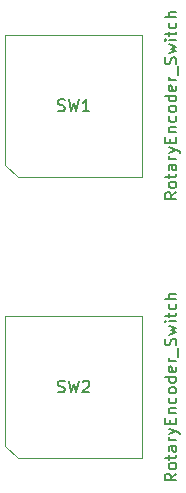
<source format=gbr>
G04 #@! TF.GenerationSoftware,KiCad,Pcbnew,8.0.2-1.fc39*
G04 #@! TF.CreationDate,2024-06-01T14:36:52-04:00*
G04 #@! TF.ProjectId,KeychronQ9OrthoIntegrated,4b657963-6872-46f6-9e51-394f7274686f,rev?*
G04 #@! TF.SameCoordinates,Original*
G04 #@! TF.FileFunction,AssemblyDrawing,Top*
%FSLAX46Y46*%
G04 Gerber Fmt 4.6, Leading zero omitted, Abs format (unit mm)*
G04 Created by KiCad (PCBNEW 8.0.2-1.fc39) date 2024-06-01 14:36:52*
%MOMM*%
%LPD*%
G01*
G04 APERTURE LIST*
%ADD10C,0.150000*%
%ADD11C,0.120000*%
G04 APERTURE END LIST*
D10*
X324617319Y-56545834D02*
X324141128Y-56879167D01*
X324617319Y-57117262D02*
X323617319Y-57117262D01*
X323617319Y-57117262D02*
X323617319Y-56736310D01*
X323617319Y-56736310D02*
X323664938Y-56641072D01*
X323664938Y-56641072D02*
X323712557Y-56593453D01*
X323712557Y-56593453D02*
X323807795Y-56545834D01*
X323807795Y-56545834D02*
X323950652Y-56545834D01*
X323950652Y-56545834D02*
X324045890Y-56593453D01*
X324045890Y-56593453D02*
X324093509Y-56641072D01*
X324093509Y-56641072D02*
X324141128Y-56736310D01*
X324141128Y-56736310D02*
X324141128Y-57117262D01*
X324617319Y-55974405D02*
X324569700Y-56069643D01*
X324569700Y-56069643D02*
X324522080Y-56117262D01*
X324522080Y-56117262D02*
X324426842Y-56164881D01*
X324426842Y-56164881D02*
X324141128Y-56164881D01*
X324141128Y-56164881D02*
X324045890Y-56117262D01*
X324045890Y-56117262D02*
X323998271Y-56069643D01*
X323998271Y-56069643D02*
X323950652Y-55974405D01*
X323950652Y-55974405D02*
X323950652Y-55831548D01*
X323950652Y-55831548D02*
X323998271Y-55736310D01*
X323998271Y-55736310D02*
X324045890Y-55688691D01*
X324045890Y-55688691D02*
X324141128Y-55641072D01*
X324141128Y-55641072D02*
X324426842Y-55641072D01*
X324426842Y-55641072D02*
X324522080Y-55688691D01*
X324522080Y-55688691D02*
X324569700Y-55736310D01*
X324569700Y-55736310D02*
X324617319Y-55831548D01*
X324617319Y-55831548D02*
X324617319Y-55974405D01*
X323950652Y-55355357D02*
X323950652Y-54974405D01*
X323617319Y-55212500D02*
X324474461Y-55212500D01*
X324474461Y-55212500D02*
X324569700Y-55164881D01*
X324569700Y-55164881D02*
X324617319Y-55069643D01*
X324617319Y-55069643D02*
X324617319Y-54974405D01*
X324617319Y-54212500D02*
X324093509Y-54212500D01*
X324093509Y-54212500D02*
X323998271Y-54260119D01*
X323998271Y-54260119D02*
X323950652Y-54355357D01*
X323950652Y-54355357D02*
X323950652Y-54545833D01*
X323950652Y-54545833D02*
X323998271Y-54641071D01*
X324569700Y-54212500D02*
X324617319Y-54307738D01*
X324617319Y-54307738D02*
X324617319Y-54545833D01*
X324617319Y-54545833D02*
X324569700Y-54641071D01*
X324569700Y-54641071D02*
X324474461Y-54688690D01*
X324474461Y-54688690D02*
X324379223Y-54688690D01*
X324379223Y-54688690D02*
X324283985Y-54641071D01*
X324283985Y-54641071D02*
X324236366Y-54545833D01*
X324236366Y-54545833D02*
X324236366Y-54307738D01*
X324236366Y-54307738D02*
X324188747Y-54212500D01*
X324617319Y-53736309D02*
X323950652Y-53736309D01*
X324141128Y-53736309D02*
X324045890Y-53688690D01*
X324045890Y-53688690D02*
X323998271Y-53641071D01*
X323998271Y-53641071D02*
X323950652Y-53545833D01*
X323950652Y-53545833D02*
X323950652Y-53450595D01*
X323950652Y-53212499D02*
X324617319Y-52974404D01*
X323950652Y-52736309D02*
X324617319Y-52974404D01*
X324617319Y-52974404D02*
X324855414Y-53069642D01*
X324855414Y-53069642D02*
X324903033Y-53117261D01*
X324903033Y-53117261D02*
X324950652Y-53212499D01*
X324093509Y-52355356D02*
X324093509Y-52022023D01*
X324617319Y-51879166D02*
X324617319Y-52355356D01*
X324617319Y-52355356D02*
X323617319Y-52355356D01*
X323617319Y-52355356D02*
X323617319Y-51879166D01*
X323950652Y-51450594D02*
X324617319Y-51450594D01*
X324045890Y-51450594D02*
X323998271Y-51402975D01*
X323998271Y-51402975D02*
X323950652Y-51307737D01*
X323950652Y-51307737D02*
X323950652Y-51164880D01*
X323950652Y-51164880D02*
X323998271Y-51069642D01*
X323998271Y-51069642D02*
X324093509Y-51022023D01*
X324093509Y-51022023D02*
X324617319Y-51022023D01*
X324569700Y-50117261D02*
X324617319Y-50212499D01*
X324617319Y-50212499D02*
X324617319Y-50402975D01*
X324617319Y-50402975D02*
X324569700Y-50498213D01*
X324569700Y-50498213D02*
X324522080Y-50545832D01*
X324522080Y-50545832D02*
X324426842Y-50593451D01*
X324426842Y-50593451D02*
X324141128Y-50593451D01*
X324141128Y-50593451D02*
X324045890Y-50545832D01*
X324045890Y-50545832D02*
X323998271Y-50498213D01*
X323998271Y-50498213D02*
X323950652Y-50402975D01*
X323950652Y-50402975D02*
X323950652Y-50212499D01*
X323950652Y-50212499D02*
X323998271Y-50117261D01*
X324617319Y-49545832D02*
X324569700Y-49641070D01*
X324569700Y-49641070D02*
X324522080Y-49688689D01*
X324522080Y-49688689D02*
X324426842Y-49736308D01*
X324426842Y-49736308D02*
X324141128Y-49736308D01*
X324141128Y-49736308D02*
X324045890Y-49688689D01*
X324045890Y-49688689D02*
X323998271Y-49641070D01*
X323998271Y-49641070D02*
X323950652Y-49545832D01*
X323950652Y-49545832D02*
X323950652Y-49402975D01*
X323950652Y-49402975D02*
X323998271Y-49307737D01*
X323998271Y-49307737D02*
X324045890Y-49260118D01*
X324045890Y-49260118D02*
X324141128Y-49212499D01*
X324141128Y-49212499D02*
X324426842Y-49212499D01*
X324426842Y-49212499D02*
X324522080Y-49260118D01*
X324522080Y-49260118D02*
X324569700Y-49307737D01*
X324569700Y-49307737D02*
X324617319Y-49402975D01*
X324617319Y-49402975D02*
X324617319Y-49545832D01*
X324617319Y-48355356D02*
X323617319Y-48355356D01*
X324569700Y-48355356D02*
X324617319Y-48450594D01*
X324617319Y-48450594D02*
X324617319Y-48641070D01*
X324617319Y-48641070D02*
X324569700Y-48736308D01*
X324569700Y-48736308D02*
X324522080Y-48783927D01*
X324522080Y-48783927D02*
X324426842Y-48831546D01*
X324426842Y-48831546D02*
X324141128Y-48831546D01*
X324141128Y-48831546D02*
X324045890Y-48783927D01*
X324045890Y-48783927D02*
X323998271Y-48736308D01*
X323998271Y-48736308D02*
X323950652Y-48641070D01*
X323950652Y-48641070D02*
X323950652Y-48450594D01*
X323950652Y-48450594D02*
X323998271Y-48355356D01*
X324569700Y-47498213D02*
X324617319Y-47593451D01*
X324617319Y-47593451D02*
X324617319Y-47783927D01*
X324617319Y-47783927D02*
X324569700Y-47879165D01*
X324569700Y-47879165D02*
X324474461Y-47926784D01*
X324474461Y-47926784D02*
X324093509Y-47926784D01*
X324093509Y-47926784D02*
X323998271Y-47879165D01*
X323998271Y-47879165D02*
X323950652Y-47783927D01*
X323950652Y-47783927D02*
X323950652Y-47593451D01*
X323950652Y-47593451D02*
X323998271Y-47498213D01*
X323998271Y-47498213D02*
X324093509Y-47450594D01*
X324093509Y-47450594D02*
X324188747Y-47450594D01*
X324188747Y-47450594D02*
X324283985Y-47926784D01*
X324617319Y-47022022D02*
X323950652Y-47022022D01*
X324141128Y-47022022D02*
X324045890Y-46974403D01*
X324045890Y-46974403D02*
X323998271Y-46926784D01*
X323998271Y-46926784D02*
X323950652Y-46831546D01*
X323950652Y-46831546D02*
X323950652Y-46736308D01*
X324712557Y-46641070D02*
X324712557Y-45879165D01*
X324569700Y-45688688D02*
X324617319Y-45545831D01*
X324617319Y-45545831D02*
X324617319Y-45307736D01*
X324617319Y-45307736D02*
X324569700Y-45212498D01*
X324569700Y-45212498D02*
X324522080Y-45164879D01*
X324522080Y-45164879D02*
X324426842Y-45117260D01*
X324426842Y-45117260D02*
X324331604Y-45117260D01*
X324331604Y-45117260D02*
X324236366Y-45164879D01*
X324236366Y-45164879D02*
X324188747Y-45212498D01*
X324188747Y-45212498D02*
X324141128Y-45307736D01*
X324141128Y-45307736D02*
X324093509Y-45498212D01*
X324093509Y-45498212D02*
X324045890Y-45593450D01*
X324045890Y-45593450D02*
X323998271Y-45641069D01*
X323998271Y-45641069D02*
X323903033Y-45688688D01*
X323903033Y-45688688D02*
X323807795Y-45688688D01*
X323807795Y-45688688D02*
X323712557Y-45641069D01*
X323712557Y-45641069D02*
X323664938Y-45593450D01*
X323664938Y-45593450D02*
X323617319Y-45498212D01*
X323617319Y-45498212D02*
X323617319Y-45260117D01*
X323617319Y-45260117D02*
X323664938Y-45117260D01*
X323950652Y-44783926D02*
X324617319Y-44593450D01*
X324617319Y-44593450D02*
X324141128Y-44402974D01*
X324141128Y-44402974D02*
X324617319Y-44212498D01*
X324617319Y-44212498D02*
X323950652Y-44022022D01*
X324617319Y-43641069D02*
X323950652Y-43641069D01*
X323617319Y-43641069D02*
X323664938Y-43688688D01*
X323664938Y-43688688D02*
X323712557Y-43641069D01*
X323712557Y-43641069D02*
X323664938Y-43593450D01*
X323664938Y-43593450D02*
X323617319Y-43641069D01*
X323617319Y-43641069D02*
X323712557Y-43641069D01*
X323950652Y-43307736D02*
X323950652Y-42926784D01*
X323617319Y-43164879D02*
X324474461Y-43164879D01*
X324474461Y-43164879D02*
X324569700Y-43117260D01*
X324569700Y-43117260D02*
X324617319Y-43022022D01*
X324617319Y-43022022D02*
X324617319Y-42926784D01*
X324569700Y-42164879D02*
X324617319Y-42260117D01*
X324617319Y-42260117D02*
X324617319Y-42450593D01*
X324617319Y-42450593D02*
X324569700Y-42545831D01*
X324569700Y-42545831D02*
X324522080Y-42593450D01*
X324522080Y-42593450D02*
X324426842Y-42641069D01*
X324426842Y-42641069D02*
X324141128Y-42641069D01*
X324141128Y-42641069D02*
X324045890Y-42593450D01*
X324045890Y-42593450D02*
X323998271Y-42545831D01*
X323998271Y-42545831D02*
X323950652Y-42450593D01*
X323950652Y-42450593D02*
X323950652Y-42260117D01*
X323950652Y-42260117D02*
X323998271Y-42164879D01*
X324617319Y-41736307D02*
X323617319Y-41736307D01*
X324617319Y-41307736D02*
X324093509Y-41307736D01*
X324093509Y-41307736D02*
X323998271Y-41355355D01*
X323998271Y-41355355D02*
X323950652Y-41450593D01*
X323950652Y-41450593D02*
X323950652Y-41593450D01*
X323950652Y-41593450D02*
X323998271Y-41688688D01*
X323998271Y-41688688D02*
X324045890Y-41736307D01*
X314579167Y-49619700D02*
X314722024Y-49667319D01*
X314722024Y-49667319D02*
X314960119Y-49667319D01*
X314960119Y-49667319D02*
X315055357Y-49619700D01*
X315055357Y-49619700D02*
X315102976Y-49572080D01*
X315102976Y-49572080D02*
X315150595Y-49476842D01*
X315150595Y-49476842D02*
X315150595Y-49381604D01*
X315150595Y-49381604D02*
X315102976Y-49286366D01*
X315102976Y-49286366D02*
X315055357Y-49238747D01*
X315055357Y-49238747D02*
X314960119Y-49191128D01*
X314960119Y-49191128D02*
X314769643Y-49143509D01*
X314769643Y-49143509D02*
X314674405Y-49095890D01*
X314674405Y-49095890D02*
X314626786Y-49048271D01*
X314626786Y-49048271D02*
X314579167Y-48953033D01*
X314579167Y-48953033D02*
X314579167Y-48857795D01*
X314579167Y-48857795D02*
X314626786Y-48762557D01*
X314626786Y-48762557D02*
X314674405Y-48714938D01*
X314674405Y-48714938D02*
X314769643Y-48667319D01*
X314769643Y-48667319D02*
X315007738Y-48667319D01*
X315007738Y-48667319D02*
X315150595Y-48714938D01*
X315483929Y-48667319D02*
X315722024Y-49667319D01*
X315722024Y-49667319D02*
X315912500Y-48953033D01*
X315912500Y-48953033D02*
X316102976Y-49667319D01*
X316102976Y-49667319D02*
X316341072Y-48667319D01*
X316674405Y-48762557D02*
X316722024Y-48714938D01*
X316722024Y-48714938D02*
X316817262Y-48667319D01*
X316817262Y-48667319D02*
X317055357Y-48667319D01*
X317055357Y-48667319D02*
X317150595Y-48714938D01*
X317150595Y-48714938D02*
X317198214Y-48762557D01*
X317198214Y-48762557D02*
X317245833Y-48857795D01*
X317245833Y-48857795D02*
X317245833Y-48953033D01*
X317245833Y-48953033D02*
X317198214Y-49095890D01*
X317198214Y-49095890D02*
X316626786Y-49667319D01*
X316626786Y-49667319D02*
X317245833Y-49667319D01*
X324617319Y-32733334D02*
X324141128Y-33066667D01*
X324617319Y-33304762D02*
X323617319Y-33304762D01*
X323617319Y-33304762D02*
X323617319Y-32923810D01*
X323617319Y-32923810D02*
X323664938Y-32828572D01*
X323664938Y-32828572D02*
X323712557Y-32780953D01*
X323712557Y-32780953D02*
X323807795Y-32733334D01*
X323807795Y-32733334D02*
X323950652Y-32733334D01*
X323950652Y-32733334D02*
X324045890Y-32780953D01*
X324045890Y-32780953D02*
X324093509Y-32828572D01*
X324093509Y-32828572D02*
X324141128Y-32923810D01*
X324141128Y-32923810D02*
X324141128Y-33304762D01*
X324617319Y-32161905D02*
X324569700Y-32257143D01*
X324569700Y-32257143D02*
X324522080Y-32304762D01*
X324522080Y-32304762D02*
X324426842Y-32352381D01*
X324426842Y-32352381D02*
X324141128Y-32352381D01*
X324141128Y-32352381D02*
X324045890Y-32304762D01*
X324045890Y-32304762D02*
X323998271Y-32257143D01*
X323998271Y-32257143D02*
X323950652Y-32161905D01*
X323950652Y-32161905D02*
X323950652Y-32019048D01*
X323950652Y-32019048D02*
X323998271Y-31923810D01*
X323998271Y-31923810D02*
X324045890Y-31876191D01*
X324045890Y-31876191D02*
X324141128Y-31828572D01*
X324141128Y-31828572D02*
X324426842Y-31828572D01*
X324426842Y-31828572D02*
X324522080Y-31876191D01*
X324522080Y-31876191D02*
X324569700Y-31923810D01*
X324569700Y-31923810D02*
X324617319Y-32019048D01*
X324617319Y-32019048D02*
X324617319Y-32161905D01*
X323950652Y-31542857D02*
X323950652Y-31161905D01*
X323617319Y-31400000D02*
X324474461Y-31400000D01*
X324474461Y-31400000D02*
X324569700Y-31352381D01*
X324569700Y-31352381D02*
X324617319Y-31257143D01*
X324617319Y-31257143D02*
X324617319Y-31161905D01*
X324617319Y-30400000D02*
X324093509Y-30400000D01*
X324093509Y-30400000D02*
X323998271Y-30447619D01*
X323998271Y-30447619D02*
X323950652Y-30542857D01*
X323950652Y-30542857D02*
X323950652Y-30733333D01*
X323950652Y-30733333D02*
X323998271Y-30828571D01*
X324569700Y-30400000D02*
X324617319Y-30495238D01*
X324617319Y-30495238D02*
X324617319Y-30733333D01*
X324617319Y-30733333D02*
X324569700Y-30828571D01*
X324569700Y-30828571D02*
X324474461Y-30876190D01*
X324474461Y-30876190D02*
X324379223Y-30876190D01*
X324379223Y-30876190D02*
X324283985Y-30828571D01*
X324283985Y-30828571D02*
X324236366Y-30733333D01*
X324236366Y-30733333D02*
X324236366Y-30495238D01*
X324236366Y-30495238D02*
X324188747Y-30400000D01*
X324617319Y-29923809D02*
X323950652Y-29923809D01*
X324141128Y-29923809D02*
X324045890Y-29876190D01*
X324045890Y-29876190D02*
X323998271Y-29828571D01*
X323998271Y-29828571D02*
X323950652Y-29733333D01*
X323950652Y-29733333D02*
X323950652Y-29638095D01*
X323950652Y-29399999D02*
X324617319Y-29161904D01*
X323950652Y-28923809D02*
X324617319Y-29161904D01*
X324617319Y-29161904D02*
X324855414Y-29257142D01*
X324855414Y-29257142D02*
X324903033Y-29304761D01*
X324903033Y-29304761D02*
X324950652Y-29399999D01*
X324093509Y-28542856D02*
X324093509Y-28209523D01*
X324617319Y-28066666D02*
X324617319Y-28542856D01*
X324617319Y-28542856D02*
X323617319Y-28542856D01*
X323617319Y-28542856D02*
X323617319Y-28066666D01*
X323950652Y-27638094D02*
X324617319Y-27638094D01*
X324045890Y-27638094D02*
X323998271Y-27590475D01*
X323998271Y-27590475D02*
X323950652Y-27495237D01*
X323950652Y-27495237D02*
X323950652Y-27352380D01*
X323950652Y-27352380D02*
X323998271Y-27257142D01*
X323998271Y-27257142D02*
X324093509Y-27209523D01*
X324093509Y-27209523D02*
X324617319Y-27209523D01*
X324569700Y-26304761D02*
X324617319Y-26399999D01*
X324617319Y-26399999D02*
X324617319Y-26590475D01*
X324617319Y-26590475D02*
X324569700Y-26685713D01*
X324569700Y-26685713D02*
X324522080Y-26733332D01*
X324522080Y-26733332D02*
X324426842Y-26780951D01*
X324426842Y-26780951D02*
X324141128Y-26780951D01*
X324141128Y-26780951D02*
X324045890Y-26733332D01*
X324045890Y-26733332D02*
X323998271Y-26685713D01*
X323998271Y-26685713D02*
X323950652Y-26590475D01*
X323950652Y-26590475D02*
X323950652Y-26399999D01*
X323950652Y-26399999D02*
X323998271Y-26304761D01*
X324617319Y-25733332D02*
X324569700Y-25828570D01*
X324569700Y-25828570D02*
X324522080Y-25876189D01*
X324522080Y-25876189D02*
X324426842Y-25923808D01*
X324426842Y-25923808D02*
X324141128Y-25923808D01*
X324141128Y-25923808D02*
X324045890Y-25876189D01*
X324045890Y-25876189D02*
X323998271Y-25828570D01*
X323998271Y-25828570D02*
X323950652Y-25733332D01*
X323950652Y-25733332D02*
X323950652Y-25590475D01*
X323950652Y-25590475D02*
X323998271Y-25495237D01*
X323998271Y-25495237D02*
X324045890Y-25447618D01*
X324045890Y-25447618D02*
X324141128Y-25399999D01*
X324141128Y-25399999D02*
X324426842Y-25399999D01*
X324426842Y-25399999D02*
X324522080Y-25447618D01*
X324522080Y-25447618D02*
X324569700Y-25495237D01*
X324569700Y-25495237D02*
X324617319Y-25590475D01*
X324617319Y-25590475D02*
X324617319Y-25733332D01*
X324617319Y-24542856D02*
X323617319Y-24542856D01*
X324569700Y-24542856D02*
X324617319Y-24638094D01*
X324617319Y-24638094D02*
X324617319Y-24828570D01*
X324617319Y-24828570D02*
X324569700Y-24923808D01*
X324569700Y-24923808D02*
X324522080Y-24971427D01*
X324522080Y-24971427D02*
X324426842Y-25019046D01*
X324426842Y-25019046D02*
X324141128Y-25019046D01*
X324141128Y-25019046D02*
X324045890Y-24971427D01*
X324045890Y-24971427D02*
X323998271Y-24923808D01*
X323998271Y-24923808D02*
X323950652Y-24828570D01*
X323950652Y-24828570D02*
X323950652Y-24638094D01*
X323950652Y-24638094D02*
X323998271Y-24542856D01*
X324569700Y-23685713D02*
X324617319Y-23780951D01*
X324617319Y-23780951D02*
X324617319Y-23971427D01*
X324617319Y-23971427D02*
X324569700Y-24066665D01*
X324569700Y-24066665D02*
X324474461Y-24114284D01*
X324474461Y-24114284D02*
X324093509Y-24114284D01*
X324093509Y-24114284D02*
X323998271Y-24066665D01*
X323998271Y-24066665D02*
X323950652Y-23971427D01*
X323950652Y-23971427D02*
X323950652Y-23780951D01*
X323950652Y-23780951D02*
X323998271Y-23685713D01*
X323998271Y-23685713D02*
X324093509Y-23638094D01*
X324093509Y-23638094D02*
X324188747Y-23638094D01*
X324188747Y-23638094D02*
X324283985Y-24114284D01*
X324617319Y-23209522D02*
X323950652Y-23209522D01*
X324141128Y-23209522D02*
X324045890Y-23161903D01*
X324045890Y-23161903D02*
X323998271Y-23114284D01*
X323998271Y-23114284D02*
X323950652Y-23019046D01*
X323950652Y-23019046D02*
X323950652Y-22923808D01*
X324712557Y-22828570D02*
X324712557Y-22066665D01*
X324569700Y-21876188D02*
X324617319Y-21733331D01*
X324617319Y-21733331D02*
X324617319Y-21495236D01*
X324617319Y-21495236D02*
X324569700Y-21399998D01*
X324569700Y-21399998D02*
X324522080Y-21352379D01*
X324522080Y-21352379D02*
X324426842Y-21304760D01*
X324426842Y-21304760D02*
X324331604Y-21304760D01*
X324331604Y-21304760D02*
X324236366Y-21352379D01*
X324236366Y-21352379D02*
X324188747Y-21399998D01*
X324188747Y-21399998D02*
X324141128Y-21495236D01*
X324141128Y-21495236D02*
X324093509Y-21685712D01*
X324093509Y-21685712D02*
X324045890Y-21780950D01*
X324045890Y-21780950D02*
X323998271Y-21828569D01*
X323998271Y-21828569D02*
X323903033Y-21876188D01*
X323903033Y-21876188D02*
X323807795Y-21876188D01*
X323807795Y-21876188D02*
X323712557Y-21828569D01*
X323712557Y-21828569D02*
X323664938Y-21780950D01*
X323664938Y-21780950D02*
X323617319Y-21685712D01*
X323617319Y-21685712D02*
X323617319Y-21447617D01*
X323617319Y-21447617D02*
X323664938Y-21304760D01*
X323950652Y-20971426D02*
X324617319Y-20780950D01*
X324617319Y-20780950D02*
X324141128Y-20590474D01*
X324141128Y-20590474D02*
X324617319Y-20399998D01*
X324617319Y-20399998D02*
X323950652Y-20209522D01*
X324617319Y-19828569D02*
X323950652Y-19828569D01*
X323617319Y-19828569D02*
X323664938Y-19876188D01*
X323664938Y-19876188D02*
X323712557Y-19828569D01*
X323712557Y-19828569D02*
X323664938Y-19780950D01*
X323664938Y-19780950D02*
X323617319Y-19828569D01*
X323617319Y-19828569D02*
X323712557Y-19828569D01*
X323950652Y-19495236D02*
X323950652Y-19114284D01*
X323617319Y-19352379D02*
X324474461Y-19352379D01*
X324474461Y-19352379D02*
X324569700Y-19304760D01*
X324569700Y-19304760D02*
X324617319Y-19209522D01*
X324617319Y-19209522D02*
X324617319Y-19114284D01*
X324569700Y-18352379D02*
X324617319Y-18447617D01*
X324617319Y-18447617D02*
X324617319Y-18638093D01*
X324617319Y-18638093D02*
X324569700Y-18733331D01*
X324569700Y-18733331D02*
X324522080Y-18780950D01*
X324522080Y-18780950D02*
X324426842Y-18828569D01*
X324426842Y-18828569D02*
X324141128Y-18828569D01*
X324141128Y-18828569D02*
X324045890Y-18780950D01*
X324045890Y-18780950D02*
X323998271Y-18733331D01*
X323998271Y-18733331D02*
X323950652Y-18638093D01*
X323950652Y-18638093D02*
X323950652Y-18447617D01*
X323950652Y-18447617D02*
X323998271Y-18352379D01*
X324617319Y-17923807D02*
X323617319Y-17923807D01*
X324617319Y-17495236D02*
X324093509Y-17495236D01*
X324093509Y-17495236D02*
X323998271Y-17542855D01*
X323998271Y-17542855D02*
X323950652Y-17638093D01*
X323950652Y-17638093D02*
X323950652Y-17780950D01*
X323950652Y-17780950D02*
X323998271Y-17876188D01*
X323998271Y-17876188D02*
X324045890Y-17923807D01*
X314579167Y-25807200D02*
X314722024Y-25854819D01*
X314722024Y-25854819D02*
X314960119Y-25854819D01*
X314960119Y-25854819D02*
X315055357Y-25807200D01*
X315055357Y-25807200D02*
X315102976Y-25759580D01*
X315102976Y-25759580D02*
X315150595Y-25664342D01*
X315150595Y-25664342D02*
X315150595Y-25569104D01*
X315150595Y-25569104D02*
X315102976Y-25473866D01*
X315102976Y-25473866D02*
X315055357Y-25426247D01*
X315055357Y-25426247D02*
X314960119Y-25378628D01*
X314960119Y-25378628D02*
X314769643Y-25331009D01*
X314769643Y-25331009D02*
X314674405Y-25283390D01*
X314674405Y-25283390D02*
X314626786Y-25235771D01*
X314626786Y-25235771D02*
X314579167Y-25140533D01*
X314579167Y-25140533D02*
X314579167Y-25045295D01*
X314579167Y-25045295D02*
X314626786Y-24950057D01*
X314626786Y-24950057D02*
X314674405Y-24902438D01*
X314674405Y-24902438D02*
X314769643Y-24854819D01*
X314769643Y-24854819D02*
X315007738Y-24854819D01*
X315007738Y-24854819D02*
X315150595Y-24902438D01*
X315483929Y-24854819D02*
X315722024Y-25854819D01*
X315722024Y-25854819D02*
X315912500Y-25140533D01*
X315912500Y-25140533D02*
X316102976Y-25854819D01*
X316102976Y-25854819D02*
X316341072Y-24854819D01*
X317245833Y-25854819D02*
X316674405Y-25854819D01*
X316960119Y-25854819D02*
X316960119Y-24854819D01*
X316960119Y-24854819D02*
X316864881Y-24997676D01*
X316864881Y-24997676D02*
X316769643Y-25092914D01*
X316769643Y-25092914D02*
X316674405Y-25140533D01*
D11*
G04 #@! TO.C,SW2*
X310112500Y-43212500D02*
X321712500Y-43212500D01*
X310112500Y-54212500D02*
X310112500Y-43212500D01*
X311212500Y-55212500D02*
X310112500Y-54212500D01*
X321712500Y-43212500D02*
X321712500Y-55212500D01*
X321712500Y-55212500D02*
X311212500Y-55212500D01*
G04 #@! TO.C,SW1*
X310112500Y-19400000D02*
X321712500Y-19400000D01*
X310112500Y-30400000D02*
X310112500Y-19400000D01*
X311212500Y-31400000D02*
X310112500Y-30400000D01*
X321712500Y-19400000D02*
X321712500Y-31400000D01*
X321712500Y-31400000D02*
X311212500Y-31400000D01*
G04 #@! TD*
M02*

</source>
